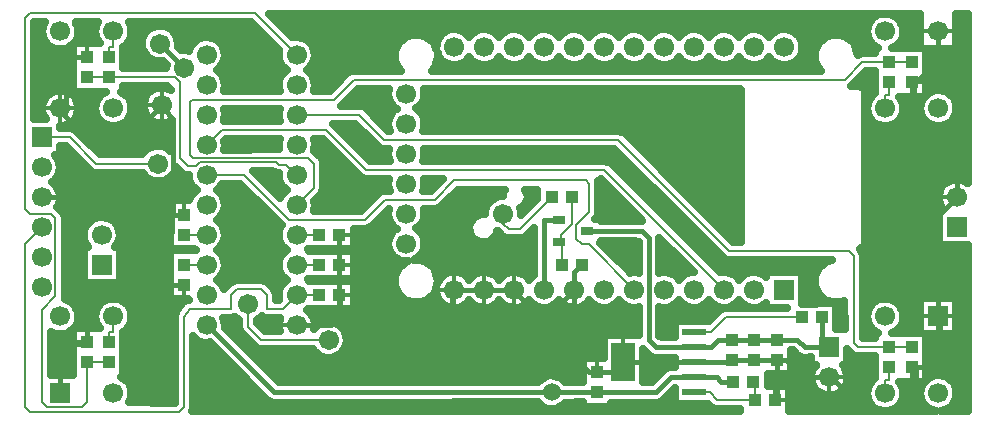
<source format=gbr>
G04 DipTrace 2.4.0.2*
%INBottom.gbr*%
%MOIN*%
%ADD11C,0.006*%
%ADD13C,0.015*%
%ADD14C,0.008*%
%ADD15C,0.025*%
%ADD16C,0.013*%
%ADD18R,0.0394X0.0433*%
%ADD19R,0.0433X0.0394*%
%ADD23R,0.0669X0.0669*%
%ADD24C,0.0669*%
%ADD25C,0.067*%
%ADD27R,0.0413X0.0256*%
%ADD28C,0.06*%
%ADD29R,0.0787X0.0236*%
%ADD30R,0.0787X0.126*%
%FSLAX44Y44*%
G04*
G70*
G90*
G75*
G01*
%LNBottom*%
%LPD*%
X27740Y5300D2*
D13*
X27329D1*
X27189Y5440D1*
X26440D1*
X21690Y4940D2*
X12440D1*
X10190Y7190D1*
X23190Y4940D2*
X21690D1*
X26440Y5440D2*
X25669D1*
X25169Y4940D1*
X23190D1*
X10190Y13190D2*
D14*
X10690Y13690D1*
X14176D1*
X15511Y12355D1*
X23440D1*
X27440Y8355D1*
X20065Y10878D2*
Y10565D1*
X20252Y10378D1*
X20628D1*
X21690Y11440D1*
X24440Y8355D2*
X22917Y9878D1*
X22690D1*
X22503Y10065D1*
Y10503D1*
X22940Y10940D1*
Y11877D1*
X22815Y12002D1*
X18440D1*
X17793Y11355D1*
X16130D1*
X15465Y10690D1*
X12927D1*
X11427Y12190D1*
X10190D1*
X24078Y5940D2*
D13*
X26440D1*
X27609D1*
X27690Y6021D1*
X28440D1*
X29190D1*
Y4761D1*
X29129Y4700D1*
X29190Y6021D2*
X29484D1*
X30065Y5440D1*
X30940D1*
X31002D1*
X32065Y4377D1*
X33690D1*
X33815Y4502D1*
Y5646D1*
X33690Y5771D1*
X34458D1*
X34628Y5940D1*
Y7418D1*
X34576Y7470D1*
Y10826D1*
X35190Y11440D1*
Y12315D1*
X33752Y13752D1*
Y15208D1*
X33690Y15271D1*
X33833D1*
X34565Y16003D1*
Y16959D1*
X34576Y16970D1*
X22440Y8355D2*
Y6127D1*
X22940Y5627D1*
X23172D1*
X23190Y5609D1*
X22440Y8355D2*
Y8940D1*
X22690Y9190D1*
X18440Y8355D2*
X19440D1*
X20440D1*
X13190Y7190D2*
X14315D1*
X14627Y7502D1*
Y8172D1*
X14609Y8190D1*
Y9190D1*
Y10190D1*
Y8190D2*
Y7458D1*
X14940Y7128D1*
X18253D1*
X18378Y7253D1*
Y8293D1*
X18440Y8355D1*
X9440Y10859D2*
X9065D1*
X8977D1*
X7708D1*
X7128Y11440D1*
X4690D1*
X9440Y8521D2*
X8859D1*
X8752Y8627D1*
Y10635D1*
X8977Y10859D1*
X5304Y4910D2*
Y6117D1*
X5752Y6565D1*
X6146D1*
X6190Y6609D1*
Y16109D2*
X5609D1*
X5502Y16003D1*
Y14609D1*
X5304Y14410D1*
X4690Y11440D2*
X5128D1*
X6190Y6609D2*
Y7940D1*
X6690Y8440D1*
X8565D1*
X8752Y8627D1*
X20440Y8355D2*
Y8315D1*
X21065Y7690D1*
X21775D1*
X22440Y8355D1*
X23190Y5609D2*
X23747D1*
X24078Y5940D1*
X8690Y14503D2*
X8752Y14565D1*
Y14378D1*
X9065Y14065D1*
Y10859D1*
X5315Y14400D2*
X5304Y14410D1*
Y14326D1*
X6003Y13628D1*
X7815D1*
X8690Y14503D1*
X32940Y6440D2*
D14*
X31910D1*
X31750Y6600D1*
Y9493D1*
X31590Y9653D1*
X27600D1*
X23898Y13355D1*
X16102D1*
X15267Y14190D1*
X13190D1*
X33690Y6440D2*
X33259D1*
X32940D1*
X21940Y9940D2*
X22021D1*
Y9190D1*
X22359Y11440D2*
Y10547D1*
X22003Y10190D1*
Y10003D1*
X21940Y9940D1*
X13190Y10190D2*
X13940D1*
X10190Y9190D2*
X9440D1*
X6940Y15440D2*
X9123D1*
X9283Y15280D1*
Y12765D1*
X9549Y12500D1*
D11*
X9830D1*
X9950Y12620D1*
X12500D1*
X12590Y12530D1*
X12830D1*
D14*
X13170Y12190D1*
X13190D1*
X6190Y15440D2*
X6507D1*
X6940D1*
Y5940D2*
X6507D1*
X6190D1*
Y4616D1*
X6030Y4456D1*
X4850D1*
X4690Y4616D1*
Y7697D1*
X5145Y8152D1*
Y10735D1*
X4985Y10895D1*
X4286D1*
X4126Y11055D1*
Y17424D1*
X4286Y17584D1*
X11796D1*
X13190Y16190D1*
X32940Y15940D2*
X32043D1*
X31458Y15355D1*
X15093D1*
X14428Y14690D1*
X9690D1*
X9615Y14615D1*
Y12865D1*
X9740Y12740D1*
D11*
X13578D1*
D14*
X13765Y12552D1*
Y11765D1*
X13190Y11190D1*
X33690Y15940D2*
X33259D1*
X32940D1*
X14252Y6690D2*
X12003D1*
X11565Y7128D1*
Y7878D1*
X32804Y4910D2*
Y5365D1*
X32940D1*
Y5771D1*
X7076Y7470D2*
Y6946D1*
X6940D1*
Y6609D1*
X32804Y14410D2*
Y14865D1*
X32940D1*
Y15271D1*
X7076Y16970D2*
Y16446D1*
X6940D1*
Y16109D1*
X28460Y4700D2*
X27194D1*
X26954Y4940D1*
X26440D1*
X28409Y5300D2*
X28460D1*
Y4700D1*
X30021Y7440D2*
X27485D1*
X26985Y6940D1*
X26440D1*
X13940Y8190D2*
X13190D1*
X12729Y7729D1*
X12190D1*
Y8190D1*
X12002Y8377D1*
X11190D1*
X11002Y8190D1*
Y7729D1*
X9624D1*
X9426Y7445D1*
Y4456D1*
X9266Y4296D1*
X4286D1*
X4126Y4456D1*
Y9876D1*
X4690Y10440D1*
X13940Y9190D2*
X13190D1*
X9440Y10190D2*
X10190D1*
X8565Y12565D2*
X6502D1*
X5627Y13440D1*
X4690D1*
X30690Y7440D2*
D13*
Y6690D1*
X30940Y6440D1*
X26440D2*
X25160D1*
X24930Y6670D1*
Y10084D1*
X24700Y10314D1*
X22846D1*
X27690Y6690D2*
X27239D1*
X26989Y6440D1*
X26440D1*
X28440Y6690D2*
X28042D1*
X27690D1*
X29190D2*
X28440D1*
X30940Y6440D2*
X30115D1*
X29865Y6690D1*
X29190D1*
X9440Y15753D2*
X8628Y16565D1*
X8627D1*
X21440Y8355D2*
Y10688D1*
X21940D1*
X12522Y17316D2*
D15*
X32292D1*
X33319D2*
X33952D1*
X35201D2*
X35542D1*
X4455Y17068D2*
X4686D1*
X5920D2*
X6460D1*
X7694D2*
X8276D1*
X8979D2*
X11854D1*
X12768D2*
X32186D1*
X33420D2*
X33952D1*
X35201D2*
X35542D1*
X4455Y16819D2*
X4698D1*
X5908D2*
X6472D1*
X7682D2*
X8058D1*
X9197D2*
X12104D1*
X13018D2*
X16894D1*
X17447D2*
X17948D1*
X29932D2*
X30894D1*
X31447D2*
X32198D1*
X33408D2*
X33952D1*
X35201D2*
X35542D1*
X4455Y16570D2*
X4831D1*
X7549D2*
X8003D1*
X9252D2*
X9702D1*
X10678D2*
X12354D1*
X13678D2*
X16565D1*
X30049D2*
X30565D1*
X31772D2*
X32331D1*
X33276D2*
X33952D1*
X35201D2*
X35542D1*
X4455Y16322D2*
X5702D1*
X7428D2*
X8054D1*
X10799D2*
X12581D1*
X13799D2*
X16452D1*
X30053D2*
X30452D1*
X31889D2*
X32452D1*
X34178D2*
X35542D1*
X4455Y16073D2*
X5702D1*
X7428D2*
X8261D1*
X10803D2*
X12577D1*
X13803D2*
X16433D1*
X29940D2*
X30433D1*
X34178D2*
X35542D1*
X4455Y15824D2*
X5702D1*
X7428D2*
X8819D1*
X10690D2*
X12690D1*
X13690D2*
X16507D1*
X17830D2*
X30507D1*
X34178D2*
X35542D1*
X4455Y15575D2*
X5702D1*
X10674D2*
X12706D1*
X13674D2*
X14858D1*
X32135D2*
X32452D1*
X34178D2*
X35542D1*
X4455Y15327D2*
X5702D1*
X10799D2*
X12581D1*
X13799D2*
X14608D1*
X31885D2*
X32452D1*
X34178D2*
X35542D1*
X4455Y15078D2*
X5702D1*
X7428D2*
X8495D1*
X10803D2*
X12577D1*
X13803D2*
X14358D1*
X32104D2*
X32452D1*
X34178D2*
X35542D1*
X4455Y14829D2*
X4851D1*
X5760D2*
X6620D1*
X7529D2*
X8163D1*
X15026D2*
X16218D1*
X17459D2*
X27968D1*
X32162D2*
X32351D1*
X35029D2*
X35542D1*
X4455Y14581D2*
X4706D1*
X5904D2*
X6476D1*
X7674D2*
X8069D1*
X14776D2*
X16308D1*
X17373D2*
X27968D1*
X33404D2*
X33976D1*
X35174D2*
X35542D1*
X4455Y14332D2*
X4686D1*
X5924D2*
X6456D1*
X7694D2*
X8089D1*
X10799D2*
X12581D1*
X15580D2*
X16397D1*
X17279D2*
X27968D1*
X33424D2*
X33956D1*
X35194D2*
X35542D1*
X4455Y14083D2*
X4776D1*
X5830D2*
X6550D1*
X7604D2*
X8237D1*
X10807D2*
X12573D1*
X15830D2*
X16245D1*
X17436D2*
X27968D1*
X32162D2*
X32276D1*
X33330D2*
X34050D1*
X35104D2*
X35542D1*
X5494Y13835D2*
X6886D1*
X7268D2*
X8952D1*
X14486D2*
X15167D1*
X16080D2*
X16218D1*
X17463D2*
X27968D1*
X32162D2*
X32612D1*
X32994D2*
X34386D1*
X34768D2*
X35542D1*
X5936Y13586D2*
X8952D1*
X14736D2*
X15413D1*
X24123D2*
X27968D1*
X32162D2*
X35542D1*
X6186Y13337D2*
X8952D1*
X10795D2*
X12585D1*
X13795D2*
X14073D1*
X14986D2*
X15663D1*
X24373D2*
X27968D1*
X32162D2*
X35542D1*
X5315Y13089D2*
X5522D1*
X6436D2*
X8249D1*
X10807D2*
X12573D1*
X13807D2*
X14323D1*
X15233D2*
X15929D1*
X24619D2*
X27968D1*
X32162D2*
X35542D1*
X5162Y12840D2*
X5772D1*
X13932D2*
X14569D1*
X15483D2*
X16218D1*
X17463D2*
X23956D1*
X24869D2*
X27968D1*
X32162D2*
X35542D1*
X5295Y12591D2*
X6019D1*
X14092D2*
X14819D1*
X23658D2*
X24206D1*
X25119D2*
X27968D1*
X32162D2*
X35542D1*
X5307Y12343D2*
X6269D1*
X9147D2*
X9251D1*
X14096D2*
X15069D1*
X23908D2*
X24456D1*
X25365D2*
X27968D1*
X32162D2*
X35542D1*
X5205Y12094D2*
X8167D1*
X8963D2*
X9573D1*
X11979D2*
X12573D1*
X14096D2*
X15327D1*
X24158D2*
X24702D1*
X25615D2*
X27968D1*
X32162D2*
X35542D1*
X5158Y11845D2*
X9675D1*
X10705D2*
X11315D1*
X12229D2*
X12675D1*
X14096D2*
X16218D1*
X17463D2*
X17827D1*
X23272D2*
X23495D1*
X24404D2*
X24952D1*
X25865D2*
X27968D1*
X32162D2*
X34722D1*
X5295Y11596D2*
X9726D1*
X10654D2*
X11565D1*
X12479D2*
X12726D1*
X14045D2*
X15921D1*
X18490D2*
X20050D1*
X20885D2*
X21183D1*
X23272D2*
X23741D1*
X24654D2*
X25202D1*
X26111D2*
X27968D1*
X32162D2*
X34585D1*
X5307Y11348D2*
X9585D1*
X10795D2*
X11811D1*
X13803D2*
X15667D1*
X18240D2*
X19667D1*
X20889D2*
X21144D1*
X23272D2*
X23991D1*
X24904D2*
X25448D1*
X26361D2*
X27968D1*
X32162D2*
X34573D1*
X5236Y11099D2*
X8952D1*
X10807D2*
X12061D1*
X13807D2*
X15417D1*
X17983D2*
X19483D1*
X20678D2*
X20894D1*
X23272D2*
X24241D1*
X25151D2*
X25698D1*
X26611D2*
X27968D1*
X32162D2*
X34671D1*
X5451Y10850D2*
X8952D1*
X10709D2*
X12311D1*
X16080D2*
X16218D1*
X17463D2*
X19214D1*
X23256D2*
X24487D1*
X25401D2*
X25948D1*
X26858D2*
X27968D1*
X32162D2*
X34565D1*
X5475Y10602D2*
X6229D1*
X7151D2*
X8952D1*
X10651D2*
X12558D1*
X15834D2*
X16296D1*
X17385D2*
X18956D1*
X25651D2*
X26194D1*
X27108D2*
X27968D1*
X32162D2*
X34565D1*
X5475Y10353D2*
X6089D1*
X7291D2*
X8952D1*
X10791D2*
X12589D1*
X15115D2*
X16421D1*
X17260D2*
X18917D1*
X25897D2*
X26444D1*
X27358D2*
X27968D1*
X32162D2*
X34565D1*
X5475Y10104D2*
X6073D1*
X7307D2*
X8952D1*
X10807D2*
X12573D1*
X15115D2*
X16253D1*
X17428D2*
X19026D1*
X19795D2*
X20093D1*
X20787D2*
X21073D1*
X26147D2*
X26694D1*
X27604D2*
X27968D1*
X32162D2*
X34565D1*
X5475Y9856D2*
X6167D1*
X7213D2*
X8952D1*
X10713D2*
X12667D1*
X15115D2*
X16218D1*
X17463D2*
X21073D1*
X23397D2*
X24565D1*
X25295D2*
X25483D1*
X26397D2*
X26940D1*
X32143D2*
X34565D1*
X5475Y9607D2*
X6065D1*
X7315D2*
X8952D1*
X10647D2*
X12733D1*
X15115D2*
X16292D1*
X17389D2*
X21073D1*
X23643D2*
X24565D1*
X25295D2*
X25733D1*
X26643D2*
X27190D1*
X32057D2*
X35542D1*
X5475Y9358D2*
X6065D1*
X7315D2*
X8952D1*
X10791D2*
X12589D1*
X15115D2*
X16558D1*
X17291D2*
X21073D1*
X23893D2*
X24565D1*
X25295D2*
X25979D1*
X26893D2*
X27499D1*
X32080D2*
X35542D1*
X5475Y9110D2*
X6065D1*
X7315D2*
X8952D1*
X10811D2*
X12569D1*
X15115D2*
X16597D1*
X17744D2*
X21073D1*
X24143D2*
X24565D1*
X25295D2*
X26229D1*
X27143D2*
X30597D1*
X32080D2*
X35542D1*
X5475Y8861D2*
X6065D1*
X7315D2*
X8952D1*
X10717D2*
X12663D1*
X15115D2*
X16464D1*
X17877D2*
X18093D1*
X18787D2*
X19093D1*
X19787D2*
X20093D1*
X20787D2*
X21073D1*
X25787D2*
X26093D1*
X27787D2*
X28093D1*
X30065D2*
X30464D1*
X32080D2*
X35542D1*
X5475Y8612D2*
X6065D1*
X7315D2*
X8952D1*
X10643D2*
X10972D1*
X12221D2*
X12737D1*
X15115D2*
X16433D1*
X30065D2*
X30433D1*
X32080D2*
X35542D1*
X5475Y8364D2*
X8952D1*
X12467D2*
X12591D1*
X15115D2*
X16491D1*
X30065D2*
X30491D1*
X32080D2*
X35542D1*
X5471Y8115D2*
X8952D1*
X15115D2*
X16671D1*
X17670D2*
X17866D1*
X30065D2*
X30671D1*
X32080D2*
X35542D1*
X5779Y7866D2*
X6601D1*
X7549D2*
X9323D1*
X15115D2*
X18065D1*
X18815D2*
X19065D1*
X19815D2*
X20065D1*
X20815D2*
X21065D1*
X21815D2*
X22065D1*
X22815D2*
X23065D1*
X23815D2*
X24065D1*
X25815D2*
X26065D1*
X26815D2*
X27065D1*
X27815D2*
X28065D1*
X31197D2*
X31421D1*
X32080D2*
X32331D1*
X33279D2*
X33952D1*
X35201D2*
X35542D1*
X5908Y7617D2*
X6472D1*
X7682D2*
X9151D1*
X13635D2*
X24565D1*
X25295D2*
X27206D1*
X31197D2*
X31421D1*
X32080D2*
X32198D1*
X33408D2*
X33952D1*
X35201D2*
X35542D1*
X5920Y7369D2*
X6460D1*
X7694D2*
X9097D1*
X10787D2*
X11222D1*
X11908D2*
X12593D1*
X13787D2*
X24565D1*
X25295D2*
X26956D1*
X31197D2*
X31421D1*
X32080D2*
X32186D1*
X33420D2*
X33952D1*
X35201D2*
X35542D1*
X5815Y7120D2*
X6565D1*
X7588D2*
X9097D1*
X10811D2*
X11233D1*
X12029D2*
X12569D1*
X14697D2*
X24565D1*
X25295D2*
X25757D1*
X31197D2*
X31421D1*
X32080D2*
X32292D1*
X33315D2*
X33952D1*
X35201D2*
X35542D1*
X5018Y6871D2*
X5237D1*
X5368D2*
X5702D1*
X7428D2*
X9097D1*
X11014D2*
X11366D1*
X14850D2*
X24565D1*
X25295D2*
X25757D1*
X32080D2*
X32452D1*
X35201D2*
X35542D1*
X5018Y6623D2*
X5702D1*
X7428D2*
X9097D1*
X9756D2*
X9972D1*
X11264D2*
X11612D1*
X14873D2*
X23394D1*
X34178D2*
X35542D1*
X5018Y6374D2*
X5702D1*
X7428D2*
X9097D1*
X9756D2*
X10499D1*
X11510D2*
X13718D1*
X14787D2*
X23394D1*
X34178D2*
X35542D1*
X5018Y6125D2*
X5702D1*
X7428D2*
X9097D1*
X9756D2*
X10749D1*
X11760D2*
X14026D1*
X14479D2*
X23394D1*
X24760D2*
X25007D1*
X29678D2*
X29960D1*
X31565D2*
X32452D1*
X34178D2*
X35542D1*
X5018Y5877D2*
X5702D1*
X7428D2*
X9097D1*
X9756D2*
X10999D1*
X12010D2*
X22702D1*
X24760D2*
X25757D1*
X29678D2*
X30315D1*
X31565D2*
X32452D1*
X34178D2*
X35542D1*
X5018Y5628D2*
X5702D1*
X7428D2*
X9097D1*
X9756D2*
X11245D1*
X12256D2*
X22702D1*
X24760D2*
X25351D1*
X29678D2*
X30347D1*
X31533D2*
X32452D1*
X34178D2*
X35542D1*
X7475Y5379D2*
X9097D1*
X9756D2*
X11495D1*
X12506D2*
X21311D1*
X22069D2*
X22702D1*
X24760D2*
X25104D1*
X28916D2*
X30319D1*
X31561D2*
X32405D1*
X34975D2*
X35542D1*
X7658Y5131D2*
X9097D1*
X9756D2*
X11745D1*
X29635D2*
X30401D1*
X31479D2*
X32222D1*
X33385D2*
X33995D1*
X35158D2*
X35542D1*
X7701Y4882D2*
X9097D1*
X9756D2*
X11991D1*
X25615D2*
X25758D1*
X29635D2*
X30694D1*
X31186D2*
X32179D1*
X33428D2*
X33952D1*
X35201D2*
X35542D1*
X7631Y4633D2*
X9097D1*
X9756D2*
X12269D1*
X25342D2*
X25757D1*
X29635D2*
X32249D1*
X33361D2*
X34019D1*
X35131D2*
X35542D1*
X9748Y4385D2*
X21561D1*
X21815D2*
X27952D1*
X29635D2*
X32491D1*
X33115D2*
X34265D1*
X34889D2*
X35542D1*
X20863Y11346D2*
X20808Y11234D1*
X20723Y11143D1*
X20624Y11088D1*
X20648Y11021D1*
X20665Y10878D1*
X20661Y10843D1*
X21210Y11391D1*
X21208Y11701D1*
X20811Y11697D1*
X20871Y11561D1*
X20882Y11469D1*
X20863Y11346D1*
X20061Y11481D2*
X20064Y11547D1*
X20106Y11664D1*
X20131Y11699D1*
X18569Y11697D1*
X18008Y11139D1*
X17901Y11071D1*
X17793Y11050D1*
X17421D1*
X17440Y10900D1*
X17427Y10776D1*
X17389Y10657D1*
X17327Y10549D1*
X17243Y10456D1*
X17171Y10403D1*
X17228Y10357D1*
X17315Y10267D1*
X17380Y10161D1*
X17423Y10044D1*
X17440Y9900D1*
X17427Y9776D1*
X17389Y9657D1*
X17327Y9549D1*
X17243Y9456D1*
X17143Y9382D1*
X17097Y9361D1*
X17176Y9365D1*
X17300Y9353D1*
X17420Y9320D1*
X17533Y9266D1*
X17635Y9194D1*
X17722Y9104D1*
X17793Y9002D1*
X17844Y8888D1*
X17875Y8767D1*
X17885Y8650D1*
X17877Y8561D1*
X17921Y8656D1*
X17994Y8757D1*
X18087Y8840D1*
X18195Y8903D1*
X18314Y8942D1*
X18438Y8955D1*
X18562Y8943D1*
X18681Y8905D1*
X18789Y8843D1*
X18882Y8760D1*
X18940Y8687D1*
X19029Y8792D1*
X19129Y8868D1*
X19241Y8921D1*
X19363Y8950D1*
X19488Y8953D1*
X19610Y8930D1*
X19726Y8883D1*
X19828Y8812D1*
X19915Y8722D1*
X19940Y8687D1*
X20029Y8792D1*
X20129Y8868D1*
X20241Y8921D1*
X20363Y8950D1*
X20488Y8953D1*
X20610Y8930D1*
X20726Y8883D1*
X20828Y8812D1*
X20915Y8722D1*
X20940Y8687D1*
X21029Y8792D1*
X21101Y8847D1*
X21100Y10421D1*
X20843Y10162D1*
X20736Y10093D1*
X20627Y10073D1*
X20252D1*
X20128Y10100D1*
X20037Y10162D1*
X19885Y10305D1*
X19875Y10310D1*
X19818Y10173D1*
X19741Y10074D1*
X19642Y10000D1*
X19526Y9954D1*
X19402Y9939D1*
X19279Y9958D1*
X19165Y10009D1*
X19068Y10087D1*
X18995Y10188D1*
X18951Y10305D1*
X18940Y10429D1*
X18961Y10552D1*
X19014Y10665D1*
X19094Y10760D1*
X19196Y10831D1*
X19314Y10873D1*
X19465Y10877D1*
X19476Y10992D1*
X19512Y11111D1*
X19573Y11220D1*
X19654Y11315D1*
X19754Y11390D1*
X19866Y11444D1*
X19988Y11473D1*
X20054Y11474D1*
X29652Y6347D2*
X29648Y6208D1*
X29652Y6127D1*
Y5539D1*
X28890D1*
X28891Y5164D1*
X29173Y5162D1*
X29611D1*
Y4314D1*
X32733Y4315D1*
X32624Y4339D1*
X32509Y4388D1*
X32408Y4461D1*
X32323Y4552D1*
X32260Y4660D1*
X32219Y4778D1*
X32205Y4902D1*
X32216Y5026D1*
X32252Y5145D1*
X32313Y5254D1*
X32395Y5349D1*
X32478Y5414D1*
Y6137D1*
X31910Y6135D1*
X31785Y6162D1*
X31694Y6224D1*
X31541Y6378D1*
X31540Y5840D1*
X31387D1*
X31457Y5743D1*
X31509Y5629D1*
X31536Y5508D1*
X31538Y5390D1*
X31514Y5267D1*
X31466Y5152D1*
X31395Y5050D1*
X31305Y4964D1*
X31198Y4899D1*
X31081Y4857D1*
X30957Y4841D1*
X30833Y4850D1*
X30713Y4885D1*
X30603Y4944D1*
X30508Y5025D1*
X30431Y5123D1*
X30376Y5235D1*
X30346Y5356D1*
X30342Y5481D1*
X30363Y5604D1*
X30410Y5720D1*
X30479Y5824D1*
X30494Y5841D1*
X30340Y5840D1*
Y6102D1*
X30115Y6100D1*
X29993Y6123D1*
X29875Y6200D1*
X29723Y6351D1*
X29652Y6327D1*
Y6202D1*
X23652Y4597D2*
Y4458D1*
X22728D1*
Y4603D1*
X22139Y4600D1*
X22048Y4503D1*
X21943Y4435D1*
X21826Y4392D1*
X21702Y4375D1*
X21578Y4386D1*
X21459Y4424D1*
X21352Y4487D1*
X21241Y4602D1*
X15440Y4600D1*
X12440D1*
X12318Y4623D1*
X12200Y4700D1*
X10296Y6603D1*
X10257Y6594D1*
X10133Y6593D1*
X10010Y6618D1*
X9896Y6667D1*
X9794Y6739D1*
X9733Y6805D1*
X9731Y4456D1*
X9704Y4331D1*
X9728Y4421D1*
X9815Y4315D1*
X27975D1*
X27978Y4398D1*
X27585Y4395D1*
X27194D1*
X27069Y4422D1*
X26978Y4484D1*
X26903Y4559D1*
X25781Y4557D1*
Y5069D1*
X25410Y4700D1*
X25307Y4629D1*
X25169Y4600D1*
X23650D1*
X22728Y5283D2*
X22732Y5422D1*
X22728Y5503D1*
Y6091D1*
X23419Y6095D1*
Y6835D1*
X24590D1*
Y7775D1*
X24507Y7759D1*
X24383Y7758D1*
X24260Y7783D1*
X24146Y7832D1*
X24044Y7904D1*
X23941Y8026D1*
X23843Y7911D1*
X23743Y7837D1*
X23629Y7786D1*
X23507Y7759D1*
X23383Y7758D1*
X23260Y7783D1*
X23146Y7832D1*
X23044Y7904D1*
X22941Y8026D1*
X22862Y7928D1*
X22764Y7850D1*
X22653Y7794D1*
X22532Y7762D1*
X22407Y7756D1*
X22284Y7776D1*
X22168Y7820D1*
X22063Y7888D1*
X21975Y7976D1*
X21940Y8023D1*
X21843Y7911D1*
X21743Y7837D1*
X21629Y7786D1*
X21507Y7759D1*
X21383Y7758D1*
X21260Y7783D1*
X21146Y7832D1*
X21044Y7904D1*
X20941Y8026D1*
X20862Y7928D1*
X20764Y7850D1*
X20653Y7794D1*
X20532Y7762D1*
X20407Y7756D1*
X20284Y7776D1*
X20168Y7820D1*
X20063Y7888D1*
X19975Y7976D1*
X19940Y8023D1*
X19862Y7928D1*
X19764Y7850D1*
X19653Y7794D1*
X19532Y7762D1*
X19407Y7756D1*
X19284Y7776D1*
X19168Y7820D1*
X19063Y7888D1*
X18975Y7976D1*
X18940Y8023D1*
X18862Y7928D1*
X18764Y7850D1*
X18653Y7794D1*
X18532Y7762D1*
X18407Y7756D1*
X18284Y7776D1*
X18168Y7820D1*
X18063Y7888D1*
X17975Y7976D1*
X17906Y8081D1*
X17861Y8197D1*
X17841Y8320D1*
X17842Y8405D1*
X17789Y8292D1*
X17717Y8190D1*
X17629Y8102D1*
X17526Y8030D1*
X17413Y7978D1*
X17293Y7946D1*
X17168Y7935D1*
X17044Y7946D1*
X16923Y7979D1*
X16810Y8032D1*
X16708Y8104D1*
X16620Y8193D1*
X16549Y8295D1*
X16497Y8409D1*
X16465Y8529D1*
X16455Y8654D1*
X16467Y8778D1*
X16500Y8898D1*
X16553Y9011D1*
X16625Y9113D1*
X16714Y9201D1*
X16817Y9272D1*
X16884Y9303D1*
X16783D1*
X16660Y9328D1*
X16546Y9377D1*
X16444Y9449D1*
X16359Y9541D1*
X16295Y9648D1*
X16255Y9766D1*
X16240Y9890D1*
X16251Y10014D1*
X16287Y10134D1*
X16348Y10243D1*
X16429Y10337D1*
X16513Y10401D1*
X16444Y10449D1*
X16359Y10541D1*
X16295Y10648D1*
X16255Y10766D1*
X16240Y10890D1*
X16261Y11048D1*
X15904Y10697D1*
X15681Y10474D1*
X15573Y10406D1*
X15465Y10385D1*
X15094D1*
X15091Y10252D1*
Y9728D1*
X13574D1*
X13583Y9652D1*
X14422Y9648D1*
X14503Y9652D1*
X15091D1*
Y8728D1*
X13574D1*
X13583Y8652D1*
X14422Y8648D1*
X14503Y8652D1*
X15091D1*
Y7728D1*
X13574D1*
X13539Y7678D1*
X13632Y7595D1*
X13707Y7495D1*
X13759Y7382D1*
X13786Y7260D1*
X13788Y7140D1*
X13774Y7051D1*
X13842Y7127D1*
X13941Y7203D1*
X14054Y7256D1*
X14175Y7285D1*
X14300Y7288D1*
X14423Y7265D1*
X14538Y7218D1*
X14641Y7147D1*
X14727Y7057D1*
X14793Y6951D1*
X14835Y6834D1*
X14852Y6690D1*
X14840Y6566D1*
X14801Y6447D1*
X14739Y6339D1*
X14656Y6246D1*
X14555Y6172D1*
X14442Y6121D1*
X14320Y6094D1*
X14195Y6093D1*
X14073Y6118D1*
X13958Y6167D1*
X13856Y6239D1*
X13772Y6331D1*
X13738Y6388D1*
X12252Y6385D1*
X12003D1*
X11878Y6412D1*
X11787Y6474D1*
X11349Y6912D1*
X11281Y7019D1*
X11260Y7128D1*
Y7358D1*
X11140Y7458D1*
X11085Y7435D1*
X11002Y7424D1*
X10741D1*
X10773Y7334D1*
X10790Y7190D1*
X10784Y7077D1*
X12582Y5279D1*
X21241Y5280D1*
X21313Y5361D1*
X21415Y5433D1*
X21530Y5482D1*
X21653Y5504D1*
X21777Y5498D1*
X21898Y5466D1*
X22008Y5407D1*
X22103Y5326D1*
X22138Y5279D1*
X22725Y5280D1*
X22728Y5428D1*
X5728Y5509D2*
X5732Y6422D1*
X5728Y6503D1*
Y7046D1*
X5607Y6952D1*
X5493Y6900D1*
X5371Y6874D1*
X5246Y6873D1*
X5124Y6898D1*
X4994Y6959D1*
X4995Y5513D1*
X5180Y5510D1*
X5729D1*
X5770Y7091D2*
X6615D1*
X6531Y7219D1*
X6491Y7337D1*
X6476Y7461D1*
X6487Y7585D1*
X6524Y7704D1*
X6585Y7813D1*
X6666Y7908D1*
X6766Y7983D1*
X6879Y8036D1*
X7000Y8064D1*
X7125Y8067D1*
X7248Y8044D1*
X7363Y7996D1*
X7466Y7925D1*
X7551Y7835D1*
X7617Y7728D1*
X7659Y7611D1*
X7675Y7470D1*
X7662Y7345D1*
X7624Y7227D1*
X7562Y7118D1*
X7479Y7025D1*
X7402Y6966D1*
X7398Y6128D1*
X7402Y6047D1*
Y5458D1*
X7320D1*
X7466Y5366D1*
X7551Y5276D1*
X7617Y5169D1*
X7659Y5052D1*
X7675Y4910D1*
X7662Y4786D1*
X7624Y4668D1*
X7587Y4603D1*
X9036Y4601D1*
X9118D1*
X9121Y5581D1*
Y7445D1*
X9149Y7570D1*
X9176Y7620D1*
X9374Y7903D1*
X9464Y7988D1*
X9585Y8030D1*
X9577Y8039D1*
X8978D1*
Y9672D1*
X9834D1*
X9777Y9708D1*
X8978D1*
X8982Y10672D1*
X8978Y10753D1*
Y11341D1*
X9609D1*
X9637Y11424D1*
X9698Y11533D1*
X9779Y11627D1*
X9863Y11691D1*
X9794Y11739D1*
X9709Y11831D1*
X9645Y11938D1*
X9605Y12056D1*
X9592Y12199D1*
X9517Y12197D1*
X9399Y12234D1*
X9333Y12284D1*
X9153Y12464D1*
X9114Y12322D1*
X9052Y12214D1*
X8968Y12121D1*
X8868Y12047D1*
X8754Y11996D1*
X8632Y11969D1*
X8508Y11968D1*
X8385Y11993D1*
X8271Y12042D1*
X8169Y12114D1*
X8084Y12206D1*
X8050Y12263D1*
X6565Y12260D1*
X6502D1*
X6378Y12287D1*
X6287Y12349D1*
X5500Y13137D1*
X5288Y13135D1*
X5290Y12840D1*
X5137D1*
X5231Y12699D1*
X5273Y12581D1*
X5290Y12440D1*
X5277Y12316D1*
X5238Y12197D1*
X5176Y12089D1*
X5093Y11996D1*
X5021Y11943D1*
X5134Y11844D1*
X5207Y11743D1*
X5259Y11629D1*
X5286Y11508D1*
X5288Y11390D1*
X5264Y11267D1*
X5216Y11152D1*
X5194Y11115D1*
X5360Y10950D1*
X5429Y10843D1*
X5450Y10735D1*
X5447Y8117D1*
X5476Y8044D1*
X5591Y7996D1*
X5694Y7925D1*
X5780Y7835D1*
X5845Y7728D1*
X5887Y7611D1*
X5904Y7470D1*
X5891Y7345D1*
X5852Y7227D1*
X5790Y7118D1*
X5707Y7025D1*
X33353Y6922D2*
X33974D1*
X33976Y7820D1*
Y8069D1*
X35175D1*
Y6870D1*
X34151D1*
X34148Y5958D1*
X34152Y5877D1*
Y5334D1*
X34266Y5424D1*
X34379Y5477D1*
X34500Y5505D1*
X34625Y5508D1*
X34748Y5485D1*
X34863Y5437D1*
X34966Y5366D1*
X35051Y5276D1*
X35117Y5169D1*
X35159Y5052D1*
X35175Y4910D1*
X35162Y4786D1*
X35124Y4668D1*
X35062Y4559D1*
X34979Y4466D1*
X34878Y4393D1*
X34764Y4341D1*
X34646Y4315D1*
X35565D1*
Y9842D1*
X34590Y9840D1*
Y11040D1*
X34741Y11043D1*
X34668Y11145D1*
X34618Y11259D1*
X34593Y11381D1*
X34594Y11506D1*
X34621Y11628D1*
X34672Y11742D1*
X34745Y11842D1*
X34838Y11926D1*
X34946Y11988D1*
X35065Y12027D1*
X35189Y12040D1*
X35313Y12027D1*
X35432Y11989D1*
X35540Y11927D1*
X35565Y11908D1*
Y17565D1*
X35178D1*
X35175Y17269D1*
Y16370D1*
X34151D1*
X34148Y15458D1*
X34152Y15377D1*
Y14834D1*
X34266Y14924D1*
X34379Y14977D1*
X34500Y15005D1*
X34625Y15008D1*
X34748Y14985D1*
X34863Y14937D1*
X34966Y14866D1*
X35051Y14776D1*
X35117Y14669D1*
X35159Y14552D1*
X35175Y14410D1*
X35162Y14286D1*
X35124Y14168D1*
X35062Y14059D1*
X34979Y13966D1*
X34878Y13893D1*
X34764Y13841D1*
X34643Y13815D1*
X34518Y13814D1*
X34396Y13839D1*
X34281Y13888D1*
X34179Y13961D1*
X34095Y14052D1*
X34031Y14160D1*
X33991Y14278D1*
X33976Y14402D1*
X33987Y14526D1*
X34024Y14645D1*
X34085Y14754D1*
X34166Y14849D1*
X34102Y14789D1*
X33265D1*
X33345Y14669D1*
X33387Y14552D1*
X33404Y14410D1*
X33391Y14286D1*
X33352Y14168D1*
X33290Y14059D1*
X33207Y13966D1*
X33107Y13893D1*
X32993Y13841D1*
X32871Y13815D1*
X32746Y13814D1*
X32624Y13839D1*
X32509Y13888D1*
X32408Y13961D1*
X32323Y14052D1*
X32260Y14160D1*
X32219Y14278D1*
X32205Y14402D1*
X32216Y14526D1*
X32252Y14645D1*
X32313Y14754D1*
X32395Y14849D1*
X32478Y14914D1*
Y15637D1*
X32170Y15635D1*
X31670Y15137D1*
X31940D1*
X32057Y15098D1*
X32128Y14994D1*
X32137Y14815D1*
Y9940D1*
X32098Y9823D1*
X31994Y9752D1*
X31966Y9709D1*
X32034Y9601D1*
X32055Y9493D1*
Y6747D1*
X32476Y6745D1*
X32478Y6922D1*
X32560D1*
X32408Y7020D1*
X32323Y7111D1*
X32260Y7219D1*
X32219Y7337D1*
X32205Y7461D1*
X32216Y7585D1*
X32252Y7704D1*
X32313Y7813D1*
X32395Y7908D1*
X32494Y7983D1*
X32607Y8036D1*
X32729Y8064D1*
X32853Y8067D1*
X32976Y8044D1*
X33091Y7996D1*
X33194Y7925D1*
X33280Y7835D1*
X33345Y7728D1*
X33387Y7611D1*
X33404Y7470D1*
X33391Y7345D1*
X33352Y7227D1*
X33290Y7118D1*
X33207Y7025D1*
X33107Y6952D1*
X33039Y6921D1*
X33402Y6918D1*
X34110Y5289D2*
X33265D1*
X33345Y5169D1*
X33387Y5052D1*
X33404Y4910D1*
X33391Y4786D1*
X33352Y4668D1*
X33290Y4559D1*
X33207Y4466D1*
X33107Y4393D1*
X32993Y4341D1*
X32875Y4315D1*
X34506D1*
X34396Y4339D1*
X34281Y4388D1*
X34179Y4461D1*
X34095Y4552D1*
X34031Y4660D1*
X33991Y4778D1*
X33976Y4902D1*
X33987Y5026D1*
X34024Y5145D1*
X34085Y5254D1*
X34166Y5349D1*
X33353Y16422D2*
X33974D1*
X33976Y17320D1*
Y17565D1*
X32874D1*
X32976Y17544D1*
X33091Y17496D1*
X33194Y17425D1*
X33280Y17335D1*
X33345Y17228D1*
X33387Y17111D1*
X33404Y16970D1*
X33391Y16845D1*
X33352Y16727D1*
X33290Y16618D1*
X33207Y16525D1*
X33107Y16452D1*
X33039Y16421D1*
X33402Y16418D1*
X33228Y16422D1*
X33353D1*
X6652Y14961D2*
X6152Y14958D1*
X5728D1*
X5732Y15922D1*
X5728Y16003D1*
Y16546D1*
X5607Y16452D1*
X5493Y16400D1*
X5371Y16374D1*
X5246Y16373D1*
X5124Y16398D1*
X5009Y16447D1*
X4908Y16520D1*
X4823Y16611D1*
X4760Y16719D1*
X4719Y16837D1*
X4705Y16961D1*
X4716Y17085D1*
X4752Y17204D1*
X4796Y17283D1*
X4433Y17279D1*
X4431Y14037D1*
X4836Y14040D1*
X4782Y14115D1*
X4732Y14230D1*
X4707Y14352D1*
X4708Y14476D1*
X4735Y14598D1*
X4786Y14712D1*
X4860Y14813D1*
X4953Y14896D1*
X5061Y14958D1*
X5179Y14997D1*
X5303Y15010D1*
X5428Y14997D1*
X5546Y14959D1*
X5655Y14897D1*
X5748Y14814D1*
X5822Y14714D1*
X5873Y14600D1*
X5900Y14478D1*
X5902Y14361D1*
X5878Y14238D1*
X5830Y14123D1*
X5759Y14020D1*
X5669Y13934D1*
X5562Y13869D1*
X5445Y13828D1*
X5321Y13811D1*
X5289D1*
X5290Y13747D1*
X5627Y13745D1*
X5752Y13718D1*
X5843Y13656D1*
X6630Y12868D1*
X8045Y12870D1*
X8154Y13002D1*
X8254Y13078D1*
X8366Y13131D1*
X8488Y13160D1*
X8613Y13163D1*
X8735Y13140D1*
X8851Y13093D1*
X8978Y12997D1*
Y13980D1*
X8926Y13951D1*
X8807Y13914D1*
X8682Y13903D1*
X8559Y13917D1*
X8440Y13957D1*
X8333Y14020D1*
X8241Y14105D1*
X8168Y14206D1*
X8118Y14320D1*
X8093Y14443D1*
X8094Y14567D1*
X8120Y14689D1*
X8171Y14803D1*
X8244Y14904D1*
X8337Y14988D1*
X8445Y15050D1*
X8564Y15089D1*
X8688Y15103D1*
X8812Y15090D1*
X8931Y15052D1*
X8979Y15028D1*
X8873Y15135D1*
X7401D1*
X7402Y14958D1*
X7320D1*
X7466Y14866D1*
X7551Y14776D1*
X7617Y14669D1*
X7659Y14552D1*
X7675Y14410D1*
X7662Y14286D1*
X7624Y14168D1*
X7562Y14059D1*
X7479Y13966D1*
X7378Y13893D1*
X7264Y13841D1*
X7143Y13815D1*
X7018Y13814D1*
X6896Y13839D1*
X6781Y13888D1*
X6679Y13961D1*
X6595Y14052D1*
X6531Y14160D1*
X6491Y14278D1*
X6476Y14402D1*
X6487Y14526D1*
X6524Y14645D1*
X6585Y14754D1*
X6666Y14849D1*
X6766Y14924D1*
X6840Y14959D1*
X6478Y14962D1*
X5770Y16591D2*
X6615D1*
X6531Y16719D1*
X6491Y16837D1*
X6476Y16961D1*
X6487Y17085D1*
X6524Y17204D1*
X6568Y17283D1*
X6171Y17279D1*
X5815D1*
X5845Y17228D1*
X5887Y17111D1*
X5904Y16970D1*
X5891Y16845D1*
X5852Y16727D1*
X5790Y16618D1*
X5707Y16525D1*
X6215Y9790D2*
X6243D1*
X6145Y9939D1*
X6105Y10057D1*
X6090Y10181D1*
X6102Y10305D1*
X6138Y10425D1*
X6199Y10534D1*
X6281Y10628D1*
X6380Y10703D1*
X6493Y10756D1*
X6614Y10785D1*
X6739Y10788D1*
X6862Y10765D1*
X6977Y10717D1*
X7080Y10646D1*
X7166Y10555D1*
X7231Y10449D1*
X7273Y10331D1*
X7290Y10190D1*
X7277Y10066D1*
X7238Y9947D1*
X7176Y9839D1*
X7132Y9790D1*
X7290D1*
Y8590D1*
X6090D1*
Y9790D1*
X6215D1*
X31172Y7040D2*
X31446D1*
X31445Y7987D1*
X31293Y7946D1*
X31168Y7935D1*
X31044Y7946D1*
X30923Y7979D1*
X30810Y8032D1*
X30708Y8104D1*
X30620Y8193D1*
X30549Y8295D1*
X30497Y8409D1*
X30465Y8529D1*
X30455Y8654D1*
X30467Y8778D1*
X30500Y8898D1*
X30553Y9011D1*
X30625Y9113D1*
X30714Y9201D1*
X30817Y9272D1*
X30930Y9324D1*
X31025Y9348D1*
X27600D1*
X27475Y9376D1*
X27384Y9438D1*
X23774Y13048D1*
X20273Y13050D1*
X17418D1*
X17440Y12900D1*
X17427Y12776D1*
X17390Y12661D1*
X23440Y12660D1*
X23565Y12633D1*
X23656Y12571D1*
X27288Y8938D1*
X27488Y8953D1*
X27610Y8930D1*
X27726Y8883D1*
X27828Y8812D1*
X27915Y8722D1*
X27937Y8686D1*
X28029Y8792D1*
X28129Y8868D1*
X28241Y8921D1*
X28363Y8950D1*
X28488Y8953D1*
X28610Y8930D1*
X28726Y8883D1*
X28842Y8798D1*
X28840Y8960D1*
X30040D1*
Y7901D1*
X30502Y7898D1*
X30583Y7902D1*
X31172D1*
Y7039D1*
X29536Y7760D2*
X28840D1*
Y7905D1*
X28743Y7837D1*
X28629Y7786D1*
X28507Y7759D1*
X28383Y7758D1*
X28260Y7783D1*
X28146Y7832D1*
X28044Y7904D1*
X27941Y8026D1*
X27843Y7911D1*
X27743Y7837D1*
X27629Y7786D1*
X27507Y7759D1*
X27383Y7758D1*
X27260Y7783D1*
X27146Y7832D1*
X27044Y7904D1*
X26941Y8026D1*
X26843Y7911D1*
X26743Y7837D1*
X26629Y7786D1*
X26507Y7759D1*
X26383Y7758D1*
X26260Y7783D1*
X26146Y7832D1*
X26044Y7904D1*
X25941Y8026D1*
X25843Y7911D1*
X25743Y7837D1*
X25629Y7786D1*
X25507Y7759D1*
X25383Y7758D1*
X25272Y7780D1*
X25270Y6814D1*
X25410Y6780D1*
X25781D1*
Y7323D1*
X26934D1*
X27269Y7656D1*
X27377Y7724D1*
X27485Y7745D1*
X29536D1*
X25942Y8688D2*
X26029Y8792D1*
X26129Y8868D1*
X26241Y8921D1*
X26363Y8950D1*
X26413Y8951D1*
X25271Y10092D1*
X25270Y8932D1*
X25363Y8950D1*
X25488Y8953D1*
X25610Y8930D1*
X25726Y8883D1*
X25828Y8812D1*
X25915Y8722D1*
X25937Y8686D1*
X24291Y8933D2*
X24363Y8950D1*
X24488Y8953D1*
X24591Y8934D1*
X24590Y9940D1*
X24450Y9974D1*
X23313D1*
X23317Y9921D1*
X23305D1*
X24290Y8936D1*
X17427Y11776D2*
X17390Y11661D1*
X17665Y11660D1*
X18055Y12049D1*
X17420Y12050D1*
X17440Y11900D1*
X17427Y11776D1*
X16292Y11659D2*
X16255Y11766D1*
X16240Y11890D1*
X16261Y12048D1*
X15511Y12050D1*
X15387Y12077D1*
X15296Y12139D1*
X14050Y13385D1*
X13758D1*
X13790Y13210D1*
X13777Y13066D1*
X13752Y12988D1*
X13882Y12867D1*
X13981Y12768D1*
X14050Y12660D1*
X14070Y12552D1*
Y11765D1*
X14043Y11641D1*
X13981Y11550D1*
X13773Y11334D1*
X13790Y11190D1*
X13777Y11066D1*
X13754Y10995D1*
X15337D1*
X15914Y11571D1*
X16022Y11639D1*
X16130Y11660D1*
X16290D1*
X16292Y12659D2*
X16255Y12766D1*
X16240Y12890D1*
X16261Y13048D1*
X16102Y13050D1*
X15977Y13077D1*
X15886Y13139D1*
X15138Y13888D1*
X14411Y13885D1*
X15638Y12660D1*
X16289D1*
X17427Y13776D2*
X17390Y13661D1*
X23898Y13660D1*
X24023Y13633D1*
X24114Y13571D1*
X27724Y9961D1*
X27995Y9958D1*
Y14944D1*
X28007Y15008D1*
X27958Y15050D1*
X17422D1*
X17440Y14900D1*
X17427Y14776D1*
X17389Y14657D1*
X17327Y14549D1*
X17243Y14456D1*
X17171Y14403D1*
X17228Y14357D1*
X17315Y14267D1*
X17380Y14161D1*
X17423Y14044D1*
X17440Y13900D1*
X17427Y13776D1*
X16292Y13659D2*
X16255Y13766D1*
X16240Y13890D1*
X16251Y14014D1*
X16287Y14134D1*
X16348Y14243D1*
X16429Y14337D1*
X16513Y14401D1*
X16444Y14449D1*
X16359Y14541D1*
X16295Y14648D1*
X16255Y14766D1*
X16240Y14890D1*
X16261Y15048D1*
X15219Y15050D1*
X14665Y14496D1*
X15267Y14495D1*
X15392Y14468D1*
X15483Y14406D1*
X16231Y13657D1*
X18940Y16113D2*
X18843Y15996D1*
X18743Y15922D1*
X18629Y15871D1*
X18507Y15844D1*
X18383Y15843D1*
X18260Y15868D1*
X18146Y15917D1*
X18044Y15989D1*
X17959Y16081D1*
X17895Y16188D1*
X17879Y16236D1*
X17885Y16150D1*
X17874Y16026D1*
X17842Y15905D1*
X17789Y15792D1*
X17687Y15659D1*
X30652Y15660D1*
X30549Y15795D1*
X30497Y15909D1*
X30465Y16029D1*
X30455Y16154D1*
X30467Y16278D1*
X30500Y16398D1*
X30553Y16511D1*
X30625Y16613D1*
X30714Y16701D1*
X30817Y16772D1*
X30930Y16824D1*
X31051Y16855D1*
X31176Y16865D1*
X31300Y16853D1*
X31420Y16820D1*
X31533Y16766D1*
X31635Y16694D1*
X31722Y16604D1*
X31793Y16502D1*
X31844Y16388D1*
X31875Y16267D1*
X31881Y16198D1*
X31960Y16234D1*
X32043Y16245D1*
X32476D1*
X32478Y16422D1*
X32560D1*
X32408Y16520D1*
X32323Y16611D1*
X32260Y16719D1*
X32219Y16837D1*
X32205Y16961D1*
X32216Y17085D1*
X32252Y17204D1*
X32313Y17313D1*
X32395Y17408D1*
X32494Y17483D1*
X32607Y17536D1*
X32764Y17565D1*
X12249D1*
X13042Y16770D1*
X13113Y16785D1*
X13238Y16788D1*
X13360Y16765D1*
X13476Y16718D1*
X13578Y16647D1*
X13665Y16557D1*
X13730Y16451D1*
X13773Y16334D1*
X13790Y16190D1*
X13777Y16066D1*
X13739Y15947D1*
X13677Y15839D1*
X13593Y15746D1*
X13521Y15693D1*
X13578Y15647D1*
X13665Y15557D1*
X13730Y15451D1*
X13773Y15334D1*
X13790Y15190D1*
X13777Y15066D1*
X13754Y14995D1*
X14303D1*
X14877Y15571D1*
X14985Y15639D1*
X15093Y15660D1*
X16652D1*
X16549Y15795D1*
X16497Y15909D1*
X16465Y16029D1*
X16455Y16154D1*
X16467Y16278D1*
X16500Y16398D1*
X16553Y16511D1*
X16625Y16613D1*
X16714Y16701D1*
X16817Y16772D1*
X16930Y16824D1*
X17051Y16855D1*
X17176Y16865D1*
X17300Y16853D1*
X17420Y16820D1*
X17533Y16766D1*
X17635Y16694D1*
X17722Y16604D1*
X17793Y16502D1*
X17843Y16391D1*
X17851Y16554D1*
X17887Y16674D1*
X17948Y16783D1*
X18029Y16877D1*
X18129Y16953D1*
X18241Y17006D1*
X18363Y17035D1*
X18488Y17038D1*
X18610Y17015D1*
X18726Y16968D1*
X18828Y16897D1*
X18915Y16807D1*
X18937Y16771D1*
X19029Y16877D1*
X19129Y16953D1*
X19241Y17006D1*
X19363Y17035D1*
X19488Y17038D1*
X19610Y17015D1*
X19726Y16968D1*
X19828Y16897D1*
X19915Y16807D1*
X19937Y16771D1*
X20029Y16877D1*
X20129Y16953D1*
X20241Y17006D1*
X20363Y17035D1*
X20488Y17038D1*
X20610Y17015D1*
X20726Y16968D1*
X20828Y16897D1*
X20915Y16807D1*
X20937Y16771D1*
X21029Y16877D1*
X21129Y16953D1*
X21241Y17006D1*
X21363Y17035D1*
X21488Y17038D1*
X21610Y17015D1*
X21726Y16968D1*
X21828Y16897D1*
X21915Y16807D1*
X21937Y16771D1*
X22029Y16877D1*
X22129Y16953D1*
X22241Y17006D1*
X22363Y17035D1*
X22488Y17038D1*
X22610Y17015D1*
X22726Y16968D1*
X22828Y16897D1*
X22915Y16807D1*
X22937Y16771D1*
X23029Y16877D1*
X23129Y16953D1*
X23241Y17006D1*
X23363Y17035D1*
X23488Y17038D1*
X23610Y17015D1*
X23726Y16968D1*
X23828Y16897D1*
X23915Y16807D1*
X23937Y16771D1*
X24029Y16877D1*
X24129Y16953D1*
X24241Y17006D1*
X24363Y17035D1*
X24488Y17038D1*
X24610Y17015D1*
X24726Y16968D1*
X24828Y16897D1*
X24915Y16807D1*
X24937Y16771D1*
X25029Y16877D1*
X25129Y16953D1*
X25241Y17006D1*
X25363Y17035D1*
X25488Y17038D1*
X25610Y17015D1*
X25726Y16968D1*
X25828Y16897D1*
X25915Y16807D1*
X25937Y16771D1*
X26029Y16877D1*
X26129Y16953D1*
X26241Y17006D1*
X26363Y17035D1*
X26488Y17038D1*
X26610Y17015D1*
X26726Y16968D1*
X26828Y16897D1*
X26915Y16807D1*
X26937Y16771D1*
X27029Y16877D1*
X27129Y16953D1*
X27241Y17006D1*
X27363Y17035D1*
X27488Y17038D1*
X27610Y17015D1*
X27726Y16968D1*
X27828Y16897D1*
X27915Y16807D1*
X27937Y16771D1*
X28029Y16877D1*
X28129Y16953D1*
X28241Y17006D1*
X28363Y17035D1*
X28488Y17038D1*
X28610Y17015D1*
X28726Y16968D1*
X28828Y16897D1*
X28915Y16807D1*
X28937Y16771D1*
X29029Y16877D1*
X29129Y16953D1*
X29241Y17006D1*
X29363Y17035D1*
X29488Y17038D1*
X29610Y17015D1*
X29726Y16968D1*
X29828Y16897D1*
X29915Y16807D1*
X29980Y16701D1*
X30023Y16584D1*
X30040Y16440D1*
X30027Y16316D1*
X29989Y16197D1*
X29927Y16089D1*
X29843Y15996D1*
X29743Y15922D1*
X29629Y15871D1*
X29507Y15844D1*
X29383Y15843D1*
X29260Y15868D1*
X29146Y15917D1*
X29044Y15989D1*
X28941Y16111D1*
X28843Y15996D1*
X28743Y15922D1*
X28629Y15871D1*
X28507Y15844D1*
X28383Y15843D1*
X28260Y15868D1*
X28146Y15917D1*
X28044Y15989D1*
X27941Y16111D1*
X27843Y15996D1*
X27743Y15922D1*
X27629Y15871D1*
X27507Y15844D1*
X27383Y15843D1*
X27260Y15868D1*
X27146Y15917D1*
X27044Y15989D1*
X26941Y16111D1*
X26843Y15996D1*
X26743Y15922D1*
X26629Y15871D1*
X26507Y15844D1*
X26383Y15843D1*
X26260Y15868D1*
X26146Y15917D1*
X26044Y15989D1*
X25941Y16111D1*
X25843Y15996D1*
X25743Y15922D1*
X25629Y15871D1*
X25507Y15844D1*
X25383Y15843D1*
X25260Y15868D1*
X25146Y15917D1*
X25044Y15989D1*
X24941Y16111D1*
X24843Y15996D1*
X24743Y15922D1*
X24629Y15871D1*
X24507Y15844D1*
X24383Y15843D1*
X24260Y15868D1*
X24146Y15917D1*
X24044Y15989D1*
X23941Y16111D1*
X23843Y15996D1*
X23743Y15922D1*
X23629Y15871D1*
X23507Y15844D1*
X23383Y15843D1*
X23260Y15868D1*
X23146Y15917D1*
X23044Y15989D1*
X22941Y16111D1*
X22843Y15996D1*
X22743Y15922D1*
X22629Y15871D1*
X22507Y15844D1*
X22383Y15843D1*
X22260Y15868D1*
X22146Y15917D1*
X22044Y15989D1*
X21941Y16111D1*
X21843Y15996D1*
X21743Y15922D1*
X21629Y15871D1*
X21507Y15844D1*
X21383Y15843D1*
X21260Y15868D1*
X21146Y15917D1*
X21044Y15989D1*
X20941Y16111D1*
X20843Y15996D1*
X20743Y15922D1*
X20629Y15871D1*
X20507Y15844D1*
X20383Y15843D1*
X20260Y15868D1*
X20146Y15917D1*
X20044Y15989D1*
X19941Y16111D1*
X19843Y15996D1*
X19743Y15922D1*
X19629Y15871D1*
X19507Y15844D1*
X19383Y15843D1*
X19260Y15868D1*
X19146Y15917D1*
X19044Y15989D1*
X18941Y16111D1*
X9336Y16341D2*
X9488Y16351D1*
X9606Y16329D1*
X9637Y16424D1*
X9698Y16533D1*
X9779Y16627D1*
X9879Y16703D1*
X9991Y16756D1*
X10113Y16785D1*
X10238Y16788D1*
X10360Y16765D1*
X10476Y16718D1*
X10578Y16647D1*
X10665Y16557D1*
X10730Y16451D1*
X10773Y16334D1*
X10790Y16190D1*
X10777Y16066D1*
X10739Y15947D1*
X10677Y15839D1*
X10593Y15746D1*
X10521Y15693D1*
X10578Y15647D1*
X10665Y15557D1*
X10730Y15451D1*
X10773Y15334D1*
X10790Y15190D1*
X10777Y15066D1*
X10754Y14995D1*
X12624D1*
X12605Y15056D1*
X12590Y15180D1*
X12601Y15304D1*
X12637Y15424D1*
X12698Y15533D1*
X12779Y15627D1*
X12863Y15691D1*
X12794Y15739D1*
X12709Y15831D1*
X12645Y15938D1*
X12605Y16056D1*
X12590Y16180D1*
X12611Y16338D1*
X11668Y17281D1*
X7589Y17279D1*
X7617Y17228D1*
X7659Y17111D1*
X7675Y16970D1*
X7662Y16845D1*
X7624Y16727D1*
X7562Y16618D1*
X7479Y16525D1*
X7402Y16466D1*
Y15743D1*
X8842Y15745D1*
X8846Y15866D1*
X8738Y15973D1*
X8570Y15968D1*
X8448Y15993D1*
X8333Y16042D1*
X8231Y16114D1*
X8147Y16206D1*
X8083Y16313D1*
X8043Y16431D1*
X8028Y16555D1*
X8038Y16679D1*
X8075Y16799D1*
X8135Y16908D1*
X8217Y17002D1*
X8316Y17078D1*
X8429Y17131D1*
X8550Y17160D1*
X8675Y17163D1*
X8798Y17140D1*
X8913Y17093D1*
X9016Y17022D1*
X9102Y16932D1*
X9168Y16826D1*
X9210Y16709D1*
X9227Y16565D1*
X9221Y16452D1*
X9329Y16344D1*
X23136Y10707D2*
X23317D1*
Y10656D1*
X24700Y10654D1*
X24661Y10703D1*
X23316Y12048D1*
X23221Y11996D1*
X23245Y11877D1*
Y10940D1*
X23218Y10815D1*
X23156Y10724D1*
X23136Y10705D1*
X25783Y6057D2*
X25781Y6100D1*
X25160D1*
X25038Y6123D1*
X24920Y6200D1*
X24738Y6381D1*
X24736Y5279D1*
X25030Y5280D1*
X25429Y5680D1*
X25531Y5751D1*
X25669Y5780D1*
X25781Y5782D1*
Y6082D1*
X10517Y8689D2*
X10578Y8647D1*
X10665Y8557D1*
X10730Y8451D1*
X10758Y8374D1*
X10974Y8593D1*
X11082Y8662D1*
X11190Y8682D1*
X12002D1*
X12127Y8655D1*
X12218Y8593D1*
X12406Y8406D1*
X12474Y8298D1*
X12495Y8190D1*
Y8030D1*
X12600Y8034D1*
X12605Y8056D1*
X12590Y8180D1*
X12601Y8304D1*
X12637Y8424D1*
X12698Y8533D1*
X12779Y8627D1*
X12863Y8691D1*
X12794Y8739D1*
X12709Y8831D1*
X12645Y8938D1*
X12605Y9056D1*
X12590Y9180D1*
X12601Y9304D1*
X12637Y9424D1*
X12698Y9533D1*
X12779Y9627D1*
X12863Y9691D1*
X12794Y9739D1*
X12709Y9831D1*
X12645Y9938D1*
X12605Y10056D1*
X12590Y10180D1*
X12601Y10304D1*
X12637Y10424D1*
X12681Y10502D1*
X11300Y11886D1*
X10704Y11885D1*
X10677Y11839D1*
X10593Y11746D1*
X10521Y11693D1*
X10578Y11647D1*
X10665Y11557D1*
X10730Y11451D1*
X10773Y11334D1*
X10790Y11190D1*
X10777Y11066D1*
X10739Y10947D1*
X10677Y10839D1*
X10593Y10746D1*
X10521Y10693D1*
X10578Y10647D1*
X10665Y10557D1*
X10730Y10451D1*
X10773Y10334D1*
X10790Y10190D1*
X10777Y10066D1*
X10739Y9947D1*
X10677Y9839D1*
X10593Y9746D1*
X10521Y9693D1*
X10578Y9647D1*
X10665Y9557D1*
X10730Y9451D1*
X10773Y9334D1*
X10790Y9190D1*
X10777Y9066D1*
X10739Y8947D1*
X10677Y8839D1*
X10593Y8746D1*
X10521Y8693D1*
X10777Y13066D2*
X10766Y13033D1*
X12611Y13035D1*
X12590Y13180D1*
X12601Y13304D1*
X12625Y13383D1*
X10813Y13385D1*
X10773Y13334D1*
X10790Y13190D1*
X10777Y13066D1*
Y14066D2*
X10754Y13995D1*
X12624D1*
X12605Y14056D1*
X12590Y14180D1*
X12601Y14304D1*
X12625Y14383D1*
X10760Y14385D1*
X10790Y14210D1*
X10777Y14066D1*
X12634Y11413D2*
X12698Y11533D1*
X12779Y11627D1*
X12863Y11691D1*
X12794Y11739D1*
X12709Y11831D1*
X12645Y11938D1*
X12605Y12056D1*
X12590Y12180D1*
Y12235D1*
X12443Y12274D1*
X12375Y12325D1*
X11723D1*
X12634Y11414D1*
X12131Y6995D2*
X12623D1*
X12596Y7105D1*
X12591Y7230D1*
X12613Y7353D1*
X12638Y7424D1*
X12190D1*
X12047Y7460D1*
X12013Y7483D1*
X11968Y7433D1*
X11871Y7362D1*
X11872Y7252D1*
X12131Y6992D1*
X29190Y6021D2*
D16*
Y5540D1*
Y6021D2*
X29651D1*
X23190Y6090D2*
Y5609D1*
X22729D2*
X23190D1*
X6190Y7090D2*
Y6609D1*
X5729D2*
X6190D1*
X33690Y5771D2*
Y5290D1*
Y5771D2*
X34151D1*
X33690Y15271D2*
Y14790D1*
Y15271D2*
X34151D1*
X6190Y16590D2*
Y16109D1*
X5729D2*
X6190D1*
X14609Y8651D2*
Y7729D1*
Y8190D2*
X15090D1*
X14609Y10190D2*
Y9729D1*
Y10190D2*
X15090D1*
X9440Y8521D2*
Y8040D1*
X8979Y8521D2*
X9440D1*
X14609Y9651D2*
Y8729D1*
Y9190D2*
X15090D1*
X9440Y11340D2*
Y10859D1*
X8979D2*
X9440D1*
X30940Y5440D2*
Y4841D1*
X30341Y5440D2*
X31539D1*
X4690Y11440D2*
X5289D1*
X35190Y12039D2*
Y11440D1*
X34591D2*
X35190D1*
X22440Y8355D2*
Y7755D1*
X20440Y8955D2*
Y7755D1*
X19440Y8955D2*
Y7755D1*
X18440Y8955D2*
Y7755D1*
X17840Y8355D2*
X18440D1*
X8690Y15102D2*
Y13903D1*
X8090Y14503D2*
X8690D1*
X29129Y5161D2*
Y4700D1*
X29610D1*
X34576Y16970D2*
Y16370D1*
X33977Y16970D2*
X35175D1*
X34576Y8069D2*
Y6870D1*
X33977Y7470D2*
X35175D1*
X5304Y15010D2*
Y13811D1*
X4705Y14410D2*
X5903D1*
X5304Y5510D2*
Y4910D1*
X25782Y5940D2*
X26440D1*
X24078Y6834D2*
Y5940D1*
X24736D1*
X12590Y7190D2*
X13790D1*
D18*
X29190Y6690D3*
Y6021D3*
X27690Y6690D3*
Y6021D3*
X28440Y6690D3*
Y6021D3*
X23190Y4940D3*
Y5609D3*
X6190Y5940D3*
Y6609D3*
X33690Y6440D3*
Y5771D3*
Y15940D3*
Y15271D3*
X6190Y15440D3*
Y16109D3*
D19*
X13940Y8190D3*
X14609D3*
X13940Y10190D3*
X14609D3*
D18*
X9440Y9190D3*
Y8521D3*
D19*
X13940Y9190D3*
X14609D3*
D18*
X9440Y10190D3*
Y10859D3*
D23*
X6690Y9190D3*
D24*
Y10190D3*
D23*
X30940Y6440D3*
D24*
Y5440D3*
D23*
X4690Y13440D3*
D24*
Y12440D3*
Y11440D3*
Y10440D3*
Y9440D3*
Y8440D3*
D23*
X35190Y10440D3*
D24*
Y11440D3*
D23*
X29440Y8360D3*
D24*
X28440Y8355D3*
X27440D3*
X26440D3*
X25440D3*
X24440D3*
X23440D3*
X22440D3*
X21440D3*
X20440D3*
X19440D3*
X18440D3*
X16840Y9900D3*
Y10900D3*
Y11900D3*
Y12900D3*
Y13900D3*
Y14900D3*
X18440Y16440D3*
X19440D3*
X20440D3*
X21440D3*
X22440D3*
X23440D3*
X24440D3*
X25440D3*
X26440D3*
X27440D3*
X28440D3*
X29440D3*
D25*
X9440Y15753D3*
X8627Y16565D3*
X8690Y14503D3*
X20065Y10878D3*
X14252Y6690D3*
X11565Y7878D3*
X8565Y12565D3*
D27*
X21940Y9940D3*
Y10688D3*
X22846Y10314D3*
D19*
X27740Y5300D3*
X28409D3*
X30690Y7440D3*
X30021D3*
X28460Y4700D3*
X29129D3*
X21690Y11440D3*
X22359D3*
X22690Y9190D3*
X22021D3*
D18*
X32940Y6440D3*
Y5771D3*
X6940Y15440D3*
Y16109D3*
Y5940D3*
Y6609D3*
X32940Y15940D3*
Y15271D3*
D24*
X34576Y16970D3*
X32804D3*
Y14410D3*
X34576D3*
D23*
Y7470D3*
D24*
X32804D3*
Y4910D3*
X34576D3*
X5304Y14410D3*
X7076D3*
Y16970D3*
X5304D3*
D23*
Y4910D3*
D24*
X7076D3*
Y7470D3*
X5304D3*
D28*
X21690Y4940D3*
D29*
X26440Y6940D3*
Y6440D3*
Y5940D3*
Y5440D3*
Y4940D3*
D30*
X24078Y5940D3*
D24*
X10190Y7190D3*
Y8190D3*
Y9190D3*
Y10190D3*
Y11190D3*
Y12190D3*
Y13190D3*
Y14190D3*
Y15190D3*
Y16190D3*
X13190Y7190D3*
Y8190D3*
Y9190D3*
Y10190D3*
Y11190D3*
Y12190D3*
Y13190D3*
Y14190D3*
Y15190D3*
Y16190D3*
M02*

</source>
